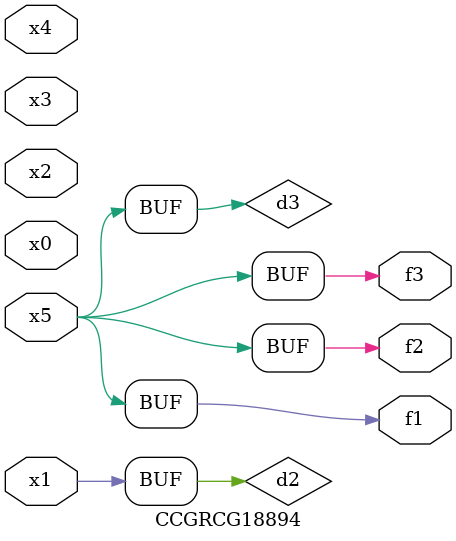
<source format=v>
module CCGRCG18894(
	input x0, x1, x2, x3, x4, x5,
	output f1, f2, f3
);

	wire d1, d2, d3;

	not (d1, x5);
	or (d2, x1);
	xnor (d3, d1);
	assign f1 = d3;
	assign f2 = d3;
	assign f3 = d3;
endmodule

</source>
